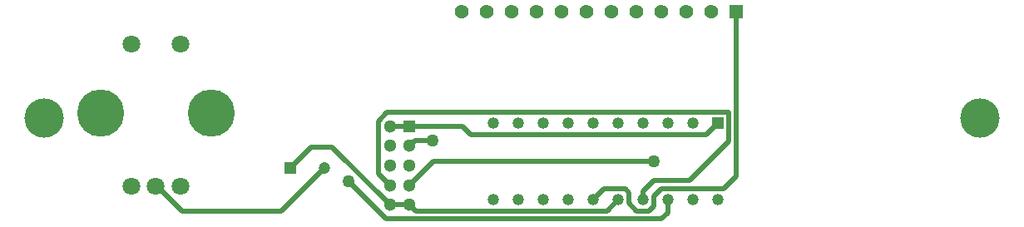
<source format=gbr>
G04*
G04 #@! TF.GenerationSoftware,Altium Limited,Altium Designer,24.4.1 (13)*
G04*
G04 Layer_Physical_Order=2*
G04 Layer_Color=16711680*
%FSLAX25Y25*%
%MOIN*%
G70*
G04*
G04 #@! TF.SameCoordinates,3EC07A87-705D-4AB8-BE85-6466009946D1*
G04*
G04*
G04 #@! TF.FilePolarity,Positive*
G04*
G01*
G75*
%ADD24C,0.05118*%
%ADD25R,0.05118X0.05118*%
%ADD28C,0.02000*%
%ADD32C,0.05610*%
%ADD33R,0.05610X0.05610*%
%ADD34C,0.07087*%
%ADD35C,0.18898*%
%ADD36C,0.04724*%
%ADD37R,0.04724X0.04724*%
%ADD38C,0.04685*%
%ADD39R,0.04685X0.04685*%
%ADD40C,0.05000*%
%ADD41C,0.15748*%
D24*
X316063Y357752D02*
D03*
Y365626D02*
D03*
Y373500D02*
D03*
Y381374D02*
D03*
Y389248D02*
D03*
X323937Y357752D02*
D03*
Y365626D02*
D03*
Y373500D02*
D03*
Y381374D02*
D03*
D25*
Y389248D02*
D03*
D28*
X455000Y369100D02*
Y435000D01*
X450000Y364100D02*
X455000Y369100D01*
X424800Y364100D02*
X450000D01*
X421900Y361200D02*
X424800Y364100D01*
X421900Y357200D02*
Y361200D01*
X420000Y355300D02*
X421900Y357200D01*
X415000Y355300D02*
X420000D01*
X411900Y358400D02*
X415000Y355300D01*
X411900Y358400D02*
Y362500D01*
X410372Y364028D02*
X411900Y362500D01*
X401843Y364028D02*
X410372D01*
X397500Y359685D02*
X401843Y364028D01*
X293015Y380800D02*
X316063Y357752D01*
X284520Y380800D02*
X293015D01*
X276220Y372500D02*
X284520Y380800D01*
X403115Y355300D02*
X407500Y359685D01*
X326389Y355300D02*
X403115D01*
X323937Y357752D02*
X326389Y355300D01*
X333411Y375100D02*
X421900D01*
X323937Y365626D02*
X333411Y375100D01*
X323937Y381374D02*
X326163Y383600D01*
X333300D01*
X311500Y370189D02*
X316063Y365626D01*
X311500Y370189D02*
Y391200D01*
X315000Y394700D01*
X451900D01*
Y383200D02*
Y394700D01*
X436237Y367537D02*
X451900Y383200D01*
X421890Y367537D02*
X436237D01*
X417500Y363148D02*
X421890Y367537D01*
X417500Y359685D02*
Y363148D01*
X299500Y367100D02*
X314623Y351977D01*
X425000D01*
X427500Y354477D01*
Y359685D01*
X222500Y365472D02*
X232972Y355000D01*
X272500D01*
X290000Y372500D01*
X323937Y389248D02*
X345152D01*
X348585Y385815D01*
X443000D01*
X447500Y390315D01*
X316063Y357752D02*
X323937D01*
X316063Y389248D02*
X323937D01*
D32*
X345000Y435000D02*
D03*
X435000D02*
D03*
X445000D02*
D03*
X415000D02*
D03*
X425000D02*
D03*
X405000D02*
D03*
X395000D02*
D03*
X355000D02*
D03*
X385000D02*
D03*
X375000D02*
D03*
X365000D02*
D03*
D33*
X455000D02*
D03*
D34*
X232185Y365000D02*
D03*
X212500D02*
D03*
X222343D02*
D03*
X232185Y422087D02*
D03*
X212500D02*
D03*
D35*
X200295Y394528D02*
D03*
X244390D02*
D03*
D36*
X290000Y372500D02*
D03*
D37*
X276220D02*
D03*
D38*
X447500Y359685D02*
D03*
X437500D02*
D03*
X427500D02*
D03*
X417500D02*
D03*
X407500D02*
D03*
X397500D02*
D03*
X387500D02*
D03*
X377500D02*
D03*
X367500D02*
D03*
X357500D02*
D03*
Y390315D02*
D03*
X367500D02*
D03*
X377500D02*
D03*
X387500D02*
D03*
X397500D02*
D03*
X407500D02*
D03*
X417500D02*
D03*
X427500D02*
D03*
X437500D02*
D03*
D39*
X447500D02*
D03*
D40*
X421900Y375100D02*
D03*
X333300Y383600D02*
D03*
X299500Y367100D02*
D03*
D41*
X177500Y392500D02*
D03*
X552500D02*
D03*
M02*

</source>
